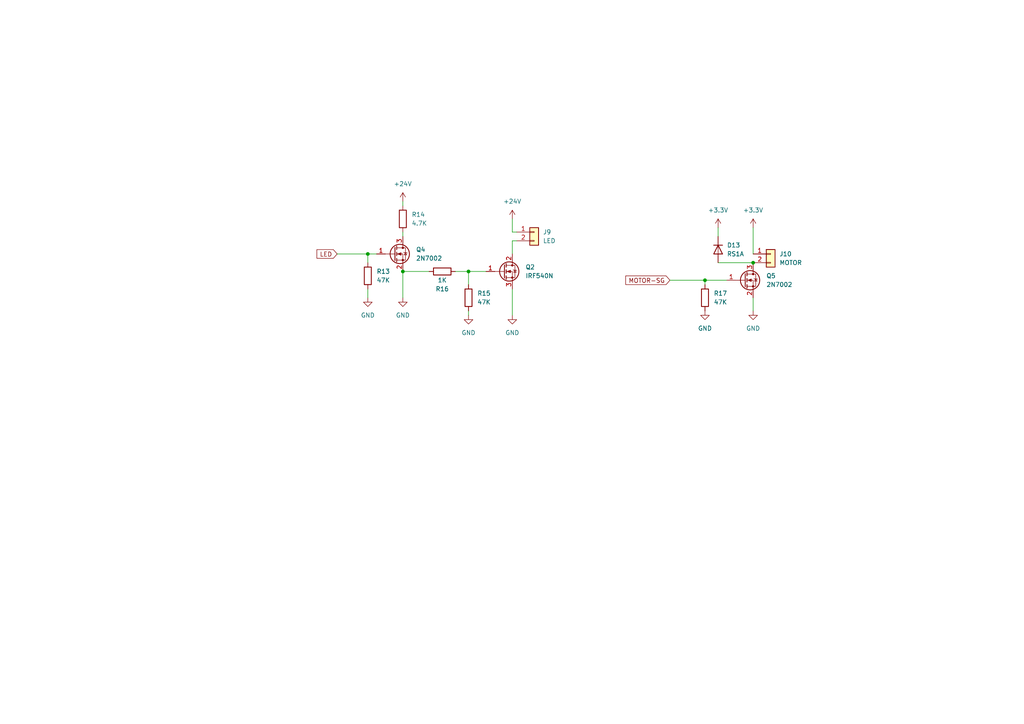
<source format=kicad_sch>
(kicad_sch (version 20230121) (generator eeschema)

  (uuid 4837c3bd-8e8c-40f7-b043-0a652e432655)

  (paper "A4")

  (lib_symbols
    (symbol "Connector_Generic:Conn_01x02" (pin_names (offset 1.016) hide) (in_bom yes) (on_board yes)
      (property "Reference" "J" (at 0 2.54 0)
        (effects (font (size 1.27 1.27)))
      )
      (property "Value" "Conn_01x02" (at 0 -5.08 0)
        (effects (font (size 1.27 1.27)))
      )
      (property "Footprint" "" (at 0 0 0)
        (effects (font (size 1.27 1.27)) hide)
      )
      (property "Datasheet" "~" (at 0 0 0)
        (effects (font (size 1.27 1.27)) hide)
      )
      (property "ki_keywords" "connector" (at 0 0 0)
        (effects (font (size 1.27 1.27)) hide)
      )
      (property "ki_description" "Generic connector, single row, 01x02, script generated (kicad-library-utils/schlib/autogen/connector/)" (at 0 0 0)
        (effects (font (size 1.27 1.27)) hide)
      )
      (property "ki_fp_filters" "Connector*:*_1x??_*" (at 0 0 0)
        (effects (font (size 1.27 1.27)) hide)
      )
      (symbol "Conn_01x02_1_1"
        (rectangle (start -1.27 -2.413) (end 0 -2.667)
          (stroke (width 0.1524) (type default))
          (fill (type none))
        )
        (rectangle (start -1.27 0.127) (end 0 -0.127)
          (stroke (width 0.1524) (type default))
          (fill (type none))
        )
        (rectangle (start -1.27 1.27) (end 1.27 -3.81)
          (stroke (width 0.254) (type default))
          (fill (type background))
        )
        (pin passive line (at -5.08 0 0) (length 3.81)
          (name "Pin_1" (effects (font (size 1.27 1.27))))
          (number "1" (effects (font (size 1.27 1.27))))
        )
        (pin passive line (at -5.08 -2.54 0) (length 3.81)
          (name "Pin_2" (effects (font (size 1.27 1.27))))
          (number "2" (effects (font (size 1.27 1.27))))
        )
      )
    )
    (symbol "Device:D" (pin_numbers hide) (pin_names (offset 1.016) hide) (in_bom yes) (on_board yes)
      (property "Reference" "D" (at 0 2.54 0)
        (effects (font (size 1.27 1.27)))
      )
      (property "Value" "D" (at 0 -2.54 0)
        (effects (font (size 1.27 1.27)))
      )
      (property "Footprint" "" (at 0 0 0)
        (effects (font (size 1.27 1.27)) hide)
      )
      (property "Datasheet" "~" (at 0 0 0)
        (effects (font (size 1.27 1.27)) hide)
      )
      (property "Sim.Device" "D" (at 0 0 0)
        (effects (font (size 1.27 1.27)) hide)
      )
      (property "Sim.Pins" "1=K 2=A" (at 0 0 0)
        (effects (font (size 1.27 1.27)) hide)
      )
      (property "ki_keywords" "diode" (at 0 0 0)
        (effects (font (size 1.27 1.27)) hide)
      )
      (property "ki_description" "Diode" (at 0 0 0)
        (effects (font (size 1.27 1.27)) hide)
      )
      (property "ki_fp_filters" "TO-???* *_Diode_* *SingleDiode* D_*" (at 0 0 0)
        (effects (font (size 1.27 1.27)) hide)
      )
      (symbol "D_0_1"
        (polyline
          (pts
            (xy -1.27 1.27)
            (xy -1.27 -1.27)
          )
          (stroke (width 0.254) (type default))
          (fill (type none))
        )
        (polyline
          (pts
            (xy 1.27 0)
            (xy -1.27 0)
          )
          (stroke (width 0) (type default))
          (fill (type none))
        )
        (polyline
          (pts
            (xy 1.27 1.27)
            (xy 1.27 -1.27)
            (xy -1.27 0)
            (xy 1.27 1.27)
          )
          (stroke (width 0.254) (type default))
          (fill (type none))
        )
      )
      (symbol "D_1_1"
        (pin passive line (at -3.81 0 0) (length 2.54)
          (name "K" (effects (font (size 1.27 1.27))))
          (number "1" (effects (font (size 1.27 1.27))))
        )
        (pin passive line (at 3.81 0 180) (length 2.54)
          (name "A" (effects (font (size 1.27 1.27))))
          (number "2" (effects (font (size 1.27 1.27))))
        )
      )
    )
    (symbol "Device:R" (pin_numbers hide) (pin_names (offset 0)) (in_bom yes) (on_board yes)
      (property "Reference" "R" (at 2.032 0 90)
        (effects (font (size 1.27 1.27)))
      )
      (property "Value" "R" (at 0 0 90)
        (effects (font (size 1.27 1.27)))
      )
      (property "Footprint" "" (at -1.778 0 90)
        (effects (font (size 1.27 1.27)) hide)
      )
      (property "Datasheet" "~" (at 0 0 0)
        (effects (font (size 1.27 1.27)) hide)
      )
      (property "ki_keywords" "R res resistor" (at 0 0 0)
        (effects (font (size 1.27 1.27)) hide)
      )
      (property "ki_description" "Resistor" (at 0 0 0)
        (effects (font (size 1.27 1.27)) hide)
      )
      (property "ki_fp_filters" "R_*" (at 0 0 0)
        (effects (font (size 1.27 1.27)) hide)
      )
      (symbol "R_0_1"
        (rectangle (start -1.016 -2.54) (end 1.016 2.54)
          (stroke (width 0.254) (type default))
          (fill (type none))
        )
      )
      (symbol "R_1_1"
        (pin passive line (at 0 3.81 270) (length 1.27)
          (name "~" (effects (font (size 1.27 1.27))))
          (number "1" (effects (font (size 1.27 1.27))))
        )
        (pin passive line (at 0 -3.81 90) (length 1.27)
          (name "~" (effects (font (size 1.27 1.27))))
          (number "2" (effects (font (size 1.27 1.27))))
        )
      )
    )
    (symbol "Transistor_FET:2N7002" (pin_names hide) (in_bom yes) (on_board yes)
      (property "Reference" "Q" (at 5.08 1.905 0)
        (effects (font (size 1.27 1.27)) (justify left))
      )
      (property "Value" "2N7002" (at 5.08 0 0)
        (effects (font (size 1.27 1.27)) (justify left))
      )
      (property "Footprint" "Package_TO_SOT_SMD:SOT-23" (at 5.08 -1.905 0)
        (effects (font (size 1.27 1.27) italic) (justify left) hide)
      )
      (property "Datasheet" "https://www.onsemi.com/pub/Collateral/NDS7002A-D.PDF" (at 5.08 -3.81 0)
        (effects (font (size 1.27 1.27)) (justify left) hide)
      )
      (property "ki_keywords" "N-Channel Switching MOSFET" (at 0 0 0)
        (effects (font (size 1.27 1.27)) hide)
      )
      (property "ki_description" "0.115A Id, 60V Vds, N-Channel MOSFET, SOT-23" (at 0 0 0)
        (effects (font (size 1.27 1.27)) hide)
      )
      (property "ki_fp_filters" "SOT?23*" (at 0 0 0)
        (effects (font (size 1.27 1.27)) hide)
      )
      (symbol "2N7002_0_1"
        (polyline
          (pts
            (xy 0.254 0)
            (xy -2.54 0)
          )
          (stroke (width 0) (type default))
          (fill (type none))
        )
        (polyline
          (pts
            (xy 0.254 1.905)
            (xy 0.254 -1.905)
          )
          (stroke (width 0.254) (type default))
          (fill (type none))
        )
        (polyline
          (pts
            (xy 0.762 -1.27)
            (xy 0.762 -2.286)
          )
          (stroke (width 0.254) (type default))
          (fill (type none))
        )
        (polyline
          (pts
            (xy 0.762 0.508)
            (xy 0.762 -0.508)
          )
          (stroke (width 0.254) (type default))
          (fill (type none))
        )
        (polyline
          (pts
            (xy 0.762 2.286)
            (xy 0.762 1.27)
          )
          (stroke (width 0.254) (type default))
          (fill (type none))
        )
        (polyline
          (pts
            (xy 2.54 2.54)
            (xy 2.54 1.778)
          )
          (stroke (width 0) (type default))
          (fill (type none))
        )
        (polyline
          (pts
            (xy 2.54 -2.54)
            (xy 2.54 0)
            (xy 0.762 0)
          )
          (stroke (width 0) (type default))
          (fill (type none))
        )
        (polyline
          (pts
            (xy 0.762 -1.778)
            (xy 3.302 -1.778)
            (xy 3.302 1.778)
            (xy 0.762 1.778)
          )
          (stroke (width 0) (type default))
          (fill (type none))
        )
        (polyline
          (pts
            (xy 1.016 0)
            (xy 2.032 0.381)
            (xy 2.032 -0.381)
            (xy 1.016 0)
          )
          (stroke (width 0) (type default))
          (fill (type outline))
        )
        (polyline
          (pts
            (xy 2.794 0.508)
            (xy 2.921 0.381)
            (xy 3.683 0.381)
            (xy 3.81 0.254)
          )
          (stroke (width 0) (type default))
          (fill (type none))
        )
        (polyline
          (pts
            (xy 3.302 0.381)
            (xy 2.921 -0.254)
            (xy 3.683 -0.254)
            (xy 3.302 0.381)
          )
          (stroke (width 0) (type default))
          (fill (type none))
        )
        (circle (center 1.651 0) (radius 2.794)
          (stroke (width 0.254) (type default))
          (fill (type none))
        )
        (circle (center 2.54 -1.778) (radius 0.254)
          (stroke (width 0) (type default))
          (fill (type outline))
        )
        (circle (center 2.54 1.778) (radius 0.254)
          (stroke (width 0) (type default))
          (fill (type outline))
        )
      )
      (symbol "2N7002_1_1"
        (pin input line (at -5.08 0 0) (length 2.54)
          (name "G" (effects (font (size 1.27 1.27))))
          (number "1" (effects (font (size 1.27 1.27))))
        )
        (pin passive line (at 2.54 -5.08 90) (length 2.54)
          (name "S" (effects (font (size 1.27 1.27))))
          (number "2" (effects (font (size 1.27 1.27))))
        )
        (pin passive line (at 2.54 5.08 270) (length 2.54)
          (name "D" (effects (font (size 1.27 1.27))))
          (number "3" (effects (font (size 1.27 1.27))))
        )
      )
    )
    (symbol "Transistor_FET:IRF540N" (pin_names hide) (in_bom yes) (on_board yes)
      (property "Reference" "Q" (at 5.08 1.905 0)
        (effects (font (size 1.27 1.27)) (justify left))
      )
      (property "Value" "IRF540N" (at 5.08 0 0)
        (effects (font (size 1.27 1.27)) (justify left))
      )
      (property "Footprint" "Package_TO_SOT_THT:TO-220-3_Vertical" (at 5.08 -1.905 0)
        (effects (font (size 1.27 1.27) italic) (justify left) hide)
      )
      (property "Datasheet" "http://www.irf.com/product-info/datasheets/data/irf540n.pdf" (at 5.08 -3.81 0)
        (effects (font (size 1.27 1.27)) (justify left) hide)
      )
      (property "ki_keywords" "HEXFET N-Channel MOSFET" (at 0 0 0)
        (effects (font (size 1.27 1.27)) hide)
      )
      (property "ki_description" "33A Id, 100V Vds, HEXFET N-Channel MOSFET, TO-220" (at 0 0 0)
        (effects (font (size 1.27 1.27)) hide)
      )
      (property "ki_fp_filters" "TO?220*" (at 0 0 0)
        (effects (font (size 1.27 1.27)) hide)
      )
      (symbol "IRF540N_0_1"
        (polyline
          (pts
            (xy 0.254 0)
            (xy -2.54 0)
          )
          (stroke (width 0) (type default))
          (fill (type none))
        )
        (polyline
          (pts
            (xy 0.254 1.905)
            (xy 0.254 -1.905)
          )
          (stroke (width 0.254) (type default))
          (fill (type none))
        )
        (polyline
          (pts
            (xy 0.762 -1.27)
            (xy 0.762 -2.286)
          )
          (stroke (width 0.254) (type default))
          (fill (type none))
        )
        (polyline
          (pts
            (xy 0.762 0.508)
            (xy 0.762 -0.508)
          )
          (stroke (width 0.254) (type default))
          (fill (type none))
        )
        (polyline
          (pts
            (xy 0.762 2.286)
            (xy 0.762 1.27)
          )
          (stroke (width 0.254) (type default))
          (fill (type none))
        )
        (polyline
          (pts
            (xy 2.54 2.54)
            (xy 2.54 1.778)
          )
          (stroke (width 0) (type default))
          (fill (type none))
        )
        (polyline
          (pts
            (xy 2.54 -2.54)
            (xy 2.54 0)
            (xy 0.762 0)
          )
          (stroke (width 0) (type default))
          (fill (type none))
        )
        (polyline
          (pts
            (xy 0.762 -1.778)
            (xy 3.302 -1.778)
            (xy 3.302 1.778)
            (xy 0.762 1.778)
          )
          (stroke (width 0) (type default))
          (fill (type none))
        )
        (polyline
          (pts
            (xy 1.016 0)
            (xy 2.032 0.381)
            (xy 2.032 -0.381)
            (xy 1.016 0)
          )
          (stroke (width 0) (type default))
          (fill (type outline))
        )
        (polyline
          (pts
            (xy 2.794 0.508)
            (xy 2.921 0.381)
            (xy 3.683 0.381)
            (xy 3.81 0.254)
          )
          (stroke (width 0) (type default))
          (fill (type none))
        )
        (polyline
          (pts
            (xy 3.302 0.381)
            (xy 2.921 -0.254)
            (xy 3.683 -0.254)
            (xy 3.302 0.381)
          )
          (stroke (width 0) (type default))
          (fill (type none))
        )
        (circle (center 1.651 0) (radius 2.794)
          (stroke (width 0.254) (type default))
          (fill (type none))
        )
        (circle (center 2.54 -1.778) (radius 0.254)
          (stroke (width 0) (type default))
          (fill (type outline))
        )
        (circle (center 2.54 1.778) (radius 0.254)
          (stroke (width 0) (type default))
          (fill (type outline))
        )
      )
      (symbol "IRF540N_1_1"
        (pin input line (at -5.08 0 0) (length 2.54)
          (name "G" (effects (font (size 1.27 1.27))))
          (number "1" (effects (font (size 1.27 1.27))))
        )
        (pin passive line (at 2.54 5.08 270) (length 2.54)
          (name "D" (effects (font (size 1.27 1.27))))
          (number "2" (effects (font (size 1.27 1.27))))
        )
        (pin passive line (at 2.54 -5.08 90) (length 2.54)
          (name "S" (effects (font (size 1.27 1.27))))
          (number "3" (effects (font (size 1.27 1.27))))
        )
      )
    )
    (symbol "power:+24V" (power) (pin_names (offset 0)) (in_bom yes) (on_board yes)
      (property "Reference" "#PWR" (at 0 -3.81 0)
        (effects (font (size 1.27 1.27)) hide)
      )
      (property "Value" "+24V" (at 0 3.556 0)
        (effects (font (size 1.27 1.27)))
      )
      (property "Footprint" "" (at 0 0 0)
        (effects (font (size 1.27 1.27)) hide)
      )
      (property "Datasheet" "" (at 0 0 0)
        (effects (font (size 1.27 1.27)) hide)
      )
      (property "ki_keywords" "global power" (at 0 0 0)
        (effects (font (size 1.27 1.27)) hide)
      )
      (property "ki_description" "Power symbol creates a global label with name \"+24V\"" (at 0 0 0)
        (effects (font (size 1.27 1.27)) hide)
      )
      (symbol "+24V_0_1"
        (polyline
          (pts
            (xy -0.762 1.27)
            (xy 0 2.54)
          )
          (stroke (width 0) (type default))
          (fill (type none))
        )
        (polyline
          (pts
            (xy 0 0)
            (xy 0 2.54)
          )
          (stroke (width 0) (type default))
          (fill (type none))
        )
        (polyline
          (pts
            (xy 0 2.54)
            (xy 0.762 1.27)
          )
          (stroke (width 0) (type default))
          (fill (type none))
        )
      )
      (symbol "+24V_1_1"
        (pin power_in line (at 0 0 90) (length 0) hide
          (name "+24V" (effects (font (size 1.27 1.27))))
          (number "1" (effects (font (size 1.27 1.27))))
        )
      )
    )
    (symbol "power:+3.3V" (power) (pin_names (offset 0)) (in_bom yes) (on_board yes)
      (property "Reference" "#PWR" (at 0 -3.81 0)
        (effects (font (size 1.27 1.27)) hide)
      )
      (property "Value" "+3.3V" (at 0 3.556 0)
        (effects (font (size 1.27 1.27)))
      )
      (property "Footprint" "" (at 0 0 0)
        (effects (font (size 1.27 1.27)) hide)
      )
      (property "Datasheet" "" (at 0 0 0)
        (effects (font (size 1.27 1.27)) hide)
      )
      (property "ki_keywords" "global power" (at 0 0 0)
        (effects (font (size 1.27 1.27)) hide)
      )
      (property "ki_description" "Power symbol creates a global label with name \"+3.3V\"" (at 0 0 0)
        (effects (font (size 1.27 1.27)) hide)
      )
      (symbol "+3.3V_0_1"
        (polyline
          (pts
            (xy -0.762 1.27)
            (xy 0 2.54)
          )
          (stroke (width 0) (type default))
          (fill (type none))
        )
        (polyline
          (pts
            (xy 0 0)
            (xy 0 2.54)
          )
          (stroke (width 0) (type default))
          (fill (type none))
        )
        (polyline
          (pts
            (xy 0 2.54)
            (xy 0.762 1.27)
          )
          (stroke (width 0) (type default))
          (fill (type none))
        )
      )
      (symbol "+3.3V_1_1"
        (pin power_in line (at 0 0 90) (length 0) hide
          (name "+3.3V" (effects (font (size 1.27 1.27))))
          (number "1" (effects (font (size 1.27 1.27))))
        )
      )
    )
    (symbol "power:GND" (power) (pin_names (offset 0)) (in_bom yes) (on_board yes)
      (property "Reference" "#PWR" (at 0 -6.35 0)
        (effects (font (size 1.27 1.27)) hide)
      )
      (property "Value" "GND" (at 0 -3.81 0)
        (effects (font (size 1.27 1.27)))
      )
      (property "Footprint" "" (at 0 0 0)
        (effects (font (size 1.27 1.27)) hide)
      )
      (property "Datasheet" "" (at 0 0 0)
        (effects (font (size 1.27 1.27)) hide)
      )
      (property "ki_keywords" "global power" (at 0 0 0)
        (effects (font (size 1.27 1.27)) hide)
      )
      (property "ki_description" "Power symbol creates a global label with name \"GND\" , ground" (at 0 0 0)
        (effects (font (size 1.27 1.27)) hide)
      )
      (symbol "GND_0_1"
        (polyline
          (pts
            (xy 0 0)
            (xy 0 -1.27)
            (xy 1.27 -1.27)
            (xy 0 -2.54)
            (xy -1.27 -1.27)
            (xy 0 -1.27)
          )
          (stroke (width 0) (type default))
          (fill (type none))
        )
      )
      (symbol "GND_1_1"
        (pin power_in line (at 0 0 270) (length 0) hide
          (name "GND" (effects (font (size 1.27 1.27))))
          (number "1" (effects (font (size 1.27 1.27))))
        )
      )
    )
  )

  (junction (at 218.44 76.2) (diameter 0) (color 0 0 0 0)
    (uuid 0c5fe475-df68-4e62-b6eb-4f50f4225529)
  )
  (junction (at 106.68 73.66) (diameter 0) (color 0 0 0 0)
    (uuid 1fa223e1-c712-45cf-967c-9b41c13703d5)
  )
  (junction (at 135.89 78.74) (diameter 0) (color 0 0 0 0)
    (uuid 475424d8-6d7b-4884-a340-7a8c103c9f64)
  )
  (junction (at 204.47 81.28) (diameter 0) (color 0 0 0 0)
    (uuid 90cc9769-b0df-42d8-833e-901a13bb132c)
  )
  (junction (at 116.84 78.74) (diameter 0) (color 0 0 0 0)
    (uuid bddbe901-beb1-4d53-b5a5-4877a750e9d1)
  )

  (wire (pts (xy 218.44 90.17) (xy 218.44 86.36))
    (stroke (width 0) (type default))
    (uuid 00935888-d1e9-41d4-a204-9e9de94c828d)
  )
  (wire (pts (xy 149.86 69.85) (xy 148.59 69.85))
    (stroke (width 0) (type default))
    (uuid 00de2e56-8407-4a26-9eac-1757dfd8c878)
  )
  (wire (pts (xy 135.89 90.17) (xy 135.89 91.44))
    (stroke (width 0) (type default))
    (uuid 0581c697-6efd-481c-a4e6-af4f5eb450b5)
  )
  (wire (pts (xy 210.82 81.28) (xy 204.47 81.28))
    (stroke (width 0) (type default))
    (uuid 2d1bc69e-8e34-42a2-9337-33545a8b40ad)
  )
  (wire (pts (xy 135.89 78.74) (xy 140.97 78.74))
    (stroke (width 0) (type default))
    (uuid 2f20feca-2bab-4f4e-9ff5-ce1419bd141a)
  )
  (wire (pts (xy 208.28 66.04) (xy 208.28 68.58))
    (stroke (width 0) (type default))
    (uuid 4157ae3f-c74e-405d-9072-8034d247deb7)
  )
  (wire (pts (xy 194.31 81.28) (xy 204.47 81.28))
    (stroke (width 0) (type default))
    (uuid 45c93528-8d03-475c-b2b3-e7fa3142cef8)
  )
  (wire (pts (xy 116.84 86.36) (xy 116.84 78.74))
    (stroke (width 0) (type default))
    (uuid 519e0ac9-3c5b-4553-ac68-694bd0302636)
  )
  (wire (pts (xy 116.84 58.42) (xy 116.84 59.69))
    (stroke (width 0) (type default))
    (uuid 5835b4e9-fb67-41f7-b83a-75f74dd7798f)
  )
  (wire (pts (xy 116.84 78.74) (xy 124.46 78.74))
    (stroke (width 0) (type default))
    (uuid 70fdcf63-1c10-4bee-87fb-3c77d4104279)
  )
  (wire (pts (xy 148.59 83.82) (xy 148.59 91.44))
    (stroke (width 0) (type default))
    (uuid 7637bd34-c9eb-4a36-9299-e8a12aac4713)
  )
  (wire (pts (xy 208.28 76.2) (xy 218.44 76.2))
    (stroke (width 0) (type default))
    (uuid 80e1bd8f-7f9d-4d2b-80a6-71d509f77f35)
  )
  (wire (pts (xy 106.68 83.82) (xy 106.68 86.36))
    (stroke (width 0) (type default))
    (uuid 82f3ea2f-97e8-4c64-969b-209ee897e68e)
  )
  (wire (pts (xy 116.84 67.31) (xy 116.84 68.58))
    (stroke (width 0) (type default))
    (uuid 83803227-48bf-4d2b-85df-8c29ccd74ff1)
  )
  (wire (pts (xy 218.44 66.04) (xy 218.44 73.66))
    (stroke (width 0) (type default))
    (uuid 91403ee7-005d-48fa-a4fd-6ed06b1940eb)
  )
  (wire (pts (xy 148.59 67.31) (xy 149.86 67.31))
    (stroke (width 0) (type default))
    (uuid 922a7325-50f9-4c50-bf25-29c447f80555)
  )
  (wire (pts (xy 148.59 69.85) (xy 148.59 73.66))
    (stroke (width 0) (type default))
    (uuid a346297e-a3cb-4d23-bbd5-8bc47ee9f6dd)
  )
  (wire (pts (xy 204.47 81.28) (xy 204.47 82.55))
    (stroke (width 0) (type default))
    (uuid a9cb5eef-ef3e-4d4d-98d4-9902487a0570)
  )
  (wire (pts (xy 106.68 73.66) (xy 106.68 76.2))
    (stroke (width 0) (type default))
    (uuid b1f94757-5b8a-490b-afcf-81b68af146d6)
  )
  (wire (pts (xy 135.89 78.74) (xy 135.89 82.55))
    (stroke (width 0) (type default))
    (uuid b4c0fcb1-db08-4579-b209-0f01de9dc80d)
  )
  (wire (pts (xy 97.79 73.66) (xy 106.68 73.66))
    (stroke (width 0) (type default))
    (uuid b9e1b9b7-e9a5-4d5e-9fd0-40f1551c85cd)
  )
  (wire (pts (xy 132.08 78.74) (xy 135.89 78.74))
    (stroke (width 0) (type default))
    (uuid f223450f-8c5c-4443-9ba6-9e35eafadcf3)
  )
  (wire (pts (xy 106.68 73.66) (xy 109.22 73.66))
    (stroke (width 0) (type default))
    (uuid fb37a5d1-c28c-48b1-be7c-318391257636)
  )
  (wire (pts (xy 148.59 63.5) (xy 148.59 67.31))
    (stroke (width 0) (type default))
    (uuid fce93ffa-5782-49d0-8926-3da39aaf63ee)
  )

  (global_label "MOTOR-SG" (shape input) (at 194.31 81.28 180) (fields_autoplaced)
    (effects (font (size 1.27 1.27)) (justify right))
    (uuid 26a27679-1232-4b8f-9b62-b556a13e35ac)
    (property "Intersheetrefs" "${INTERSHEET_REFS}" (at 181.0023 81.28 0)
      (effects (font (size 1.27 1.27)) (justify right) hide)
    )
  )
  (global_label "LED" (shape input) (at 97.79 73.66 180) (fields_autoplaced)
    (effects (font (size 1.27 1.27)) (justify right))
    (uuid b6205f48-e12f-4e41-9ae8-c36e6e7bf2c2)
    (property "Intersheetrefs" "${INTERSHEET_REFS}" (at 91.4371 73.66 0)
      (effects (font (size 1.27 1.27)) (justify right) hide)
    )
  )

  (symbol (lib_id "power:+3.3V") (at 208.28 66.04 0) (unit 1)
    (in_bom yes) (on_board yes) (dnp no) (fields_autoplaced)
    (uuid 1242fecd-6af4-45c2-b950-8961a72becf4)
    (property "Reference" "#PWR068" (at 208.28 69.85 0)
      (effects (font (size 1.27 1.27)) hide)
    )
    (property "Value" "+3.3V" (at 208.28 60.96 0)
      (effects (font (size 1.27 1.27)))
    )
    (property "Footprint" "" (at 208.28 66.04 0)
      (effects (font (size 1.27 1.27)) hide)
    )
    (property "Datasheet" "" (at 208.28 66.04 0)
      (effects (font (size 1.27 1.27)) hide)
    )
    (pin "1" (uuid 4c746f1d-193d-411a-ac12-d660122285ab))
    (instances
      (project "piezzo"
        (path "/2a569c31-bb52-4c3d-ae7f-45f2860154f7"
          (reference "#PWR068") (unit 1)
        )
        (path "/2a569c31-bb52-4c3d-ae7f-45f2860154f7/28c75765-d587-4b89-9d4e-cc9a05e3bc17"
          (reference "#PWR066") (unit 1)
        )
      )
    )
  )

  (symbol (lib_id "power:GND") (at 116.84 86.36 0) (unit 1)
    (in_bom yes) (on_board yes) (dnp no) (fields_autoplaced)
    (uuid 26650613-701c-4582-9235-db6d30e1c904)
    (property "Reference" "#PWR060" (at 116.84 92.71 0)
      (effects (font (size 1.27 1.27)) hide)
    )
    (property "Value" "GND" (at 116.84 91.44 0)
      (effects (font (size 1.27 1.27)))
    )
    (property "Footprint" "" (at 116.84 86.36 0)
      (effects (font (size 1.27 1.27)) hide)
    )
    (property "Datasheet" "" (at 116.84 86.36 0)
      (effects (font (size 1.27 1.27)) hide)
    )
    (pin "1" (uuid a57c7471-ab93-4e9e-a1d3-de161296bc96))
    (instances
      (project "piezzo"
        (path "/2a569c31-bb52-4c3d-ae7f-45f2860154f7"
          (reference "#PWR060") (unit 1)
        )
        (path "/2a569c31-bb52-4c3d-ae7f-45f2860154f7/28c75765-d587-4b89-9d4e-cc9a05e3bc17"
          (reference "#PWR061") (unit 1)
        )
      )
    )
  )

  (symbol (lib_id "Device:D") (at 208.28 72.39 270) (unit 1)
    (in_bom yes) (on_board yes) (dnp no) (fields_autoplaced)
    (uuid 36f0b03e-6a67-4873-acff-b2e0d5398491)
    (property "Reference" "D13" (at 210.82 71.12 90)
      (effects (font (size 1.27 1.27)) (justify left))
    )
    (property "Value" "RS1A" (at 210.82 73.66 90)
      (effects (font (size 1.27 1.27)) (justify left))
    )
    (property "Footprint" "Diode_SMD:D_MELF" (at 208.28 72.39 0)
      (effects (font (size 1.27 1.27)) hide)
    )
    (property "Datasheet" "~" (at 208.28 72.39 0)
      (effects (font (size 1.27 1.27)) hide)
    )
    (property "Sim.Device" "D" (at 208.28 72.39 0)
      (effects (font (size 1.27 1.27)) hide)
    )
    (property "Sim.Pins" "1=K 2=A" (at 208.28 72.39 0)
      (effects (font (size 1.27 1.27)) hide)
    )
    (pin "1" (uuid 3c72c3f2-cf50-4a13-89b2-11c27ba1139e))
    (pin "2" (uuid 6840bca9-1437-4e79-9b61-6a9daf8b6f8f))
    (instances
      (project "piezzo"
        (path "/2a569c31-bb52-4c3d-ae7f-45f2860154f7"
          (reference "D13") (unit 1)
        )
        (path "/2a569c31-bb52-4c3d-ae7f-45f2860154f7/28c75765-d587-4b89-9d4e-cc9a05e3bc17"
          (reference "D13") (unit 1)
        )
      )
    )
  )

  (symbol (lib_id "Transistor_FET:2N7002") (at 215.9 81.28 0) (unit 1)
    (in_bom yes) (on_board yes) (dnp no) (fields_autoplaced)
    (uuid 36fa965e-3c79-4fe4-b222-c1387428ab60)
    (property "Reference" "Q5" (at 222.25 80.01 0)
      (effects (font (size 1.27 1.27)) (justify left))
    )
    (property "Value" "2N7002" (at 222.25 82.55 0)
      (effects (font (size 1.27 1.27)) (justify left))
    )
    (property "Footprint" "Package_TO_SOT_SMD:SOT-23" (at 220.98 83.185 0)
      (effects (font (size 1.27 1.27) italic) (justify left) hide)
    )
    (property "Datasheet" "https://www.onsemi.com/pub/Collateral/NDS7002A-D.PDF" (at 220.98 85.09 0)
      (effects (font (size 1.27 1.27)) (justify left) hide)
    )
    (pin "1" (uuid 5efe0537-f7ba-4e2c-9bb9-a90a1cd78667))
    (pin "2" (uuid 119536b8-3c68-402a-b6ea-c49dce2bcdcc))
    (pin "3" (uuid 52f0d2c3-abf5-42d7-a31a-eb8415e6ba1b))
    (instances
      (project "piezzo"
        (path "/2a569c31-bb52-4c3d-ae7f-45f2860154f7"
          (reference "Q5") (unit 1)
        )
        (path "/2a569c31-bb52-4c3d-ae7f-45f2860154f7/28c75765-d587-4b89-9d4e-cc9a05e3bc17"
          (reference "Q5") (unit 1)
        )
      )
    )
  )

  (symbol (lib_id "Device:R") (at 116.84 63.5 0) (unit 1)
    (in_bom yes) (on_board yes) (dnp no) (fields_autoplaced)
    (uuid 420bb134-cad1-4ca2-85d3-09968796cc44)
    (property "Reference" "R14" (at 119.38 62.23 0)
      (effects (font (size 1.27 1.27)) (justify left))
    )
    (property "Value" "4.7K" (at 119.38 64.77 0)
      (effects (font (size 1.27 1.27)) (justify left))
    )
    (property "Footprint" "Resistor_SMD:R_0603_1608Metric" (at 115.062 63.5 90)
      (effects (font (size 1.27 1.27)) hide)
    )
    (property "Datasheet" "~" (at 116.84 63.5 0)
      (effects (font (size 1.27 1.27)) hide)
    )
    (pin "1" (uuid dfa1395c-9c1f-4a37-8426-49356dc89330))
    (pin "2" (uuid b14422b1-fc2e-4932-86ca-d70fe76b8a93))
    (instances
      (project "piezzo"
        (path "/2a569c31-bb52-4c3d-ae7f-45f2860154f7"
          (reference "R14") (unit 1)
        )
        (path "/2a569c31-bb52-4c3d-ae7f-45f2860154f7/28c75765-d587-4b89-9d4e-cc9a05e3bc17"
          (reference "R14") (unit 1)
        )
      )
    )
  )

  (symbol (lib_id "power:GND") (at 106.68 86.36 0) (unit 1)
    (in_bom yes) (on_board yes) (dnp no) (fields_autoplaced)
    (uuid 4afa1e5b-a2f8-4a0f-a725-f7bd9449f349)
    (property "Reference" "#PWR059" (at 106.68 92.71 0)
      (effects (font (size 1.27 1.27)) hide)
    )
    (property "Value" "GND" (at 106.68 91.44 0)
      (effects (font (size 1.27 1.27)))
    )
    (property "Footprint" "" (at 106.68 86.36 0)
      (effects (font (size 1.27 1.27)) hide)
    )
    (property "Datasheet" "" (at 106.68 86.36 0)
      (effects (font (size 1.27 1.27)) hide)
    )
    (pin "1" (uuid 8cd61315-4221-4688-81c3-f459baee91ad))
    (instances
      (project "piezzo"
        (path "/2a569c31-bb52-4c3d-ae7f-45f2860154f7"
          (reference "#PWR059") (unit 1)
        )
        (path "/2a569c31-bb52-4c3d-ae7f-45f2860154f7/28c75765-d587-4b89-9d4e-cc9a05e3bc17"
          (reference "#PWR059") (unit 1)
        )
      )
    )
  )

  (symbol (lib_id "power:GND") (at 148.59 91.44 0) (unit 1)
    (in_bom yes) (on_board yes) (dnp no) (fields_autoplaced)
    (uuid 4afeaf7a-eab2-495b-aa57-cbb881fa7f88)
    (property "Reference" "#PWR064" (at 148.59 97.79 0)
      (effects (font (size 1.27 1.27)) hide)
    )
    (property "Value" "GND" (at 148.59 96.52 0)
      (effects (font (size 1.27 1.27)))
    )
    (property "Footprint" "" (at 148.59 91.44 0)
      (effects (font (size 1.27 1.27)) hide)
    )
    (property "Datasheet" "" (at 148.59 91.44 0)
      (effects (font (size 1.27 1.27)) hide)
    )
    (pin "1" (uuid 9c9714fa-382a-4593-8e5c-3abf9a8e6cbf))
    (instances
      (project "piezzo"
        (path "/2a569c31-bb52-4c3d-ae7f-45f2860154f7"
          (reference "#PWR064") (unit 1)
        )
        (path "/2a569c31-bb52-4c3d-ae7f-45f2860154f7/28c75765-d587-4b89-9d4e-cc9a05e3bc17"
          (reference "#PWR064") (unit 1)
        )
      )
    )
  )

  (symbol (lib_id "power:+24V") (at 148.59 63.5 0) (unit 1)
    (in_bom yes) (on_board yes) (dnp no) (fields_autoplaced)
    (uuid 5110933b-d8e7-492a-a323-879d46f7d4d2)
    (property "Reference" "#PWR063" (at 148.59 67.31 0)
      (effects (font (size 1.27 1.27)) hide)
    )
    (property "Value" "+24V" (at 148.59 58.42 0)
      (effects (font (size 1.27 1.27)))
    )
    (property "Footprint" "" (at 148.59 63.5 0)
      (effects (font (size 1.27 1.27)) hide)
    )
    (property "Datasheet" "" (at 148.59 63.5 0)
      (effects (font (size 1.27 1.27)) hide)
    )
    (pin "1" (uuid 842964b9-a11e-4c33-a101-801fc4c98f74))
    (instances
      (project "piezzo"
        (path "/2a569c31-bb52-4c3d-ae7f-45f2860154f7"
          (reference "#PWR063") (unit 1)
        )
        (path "/2a569c31-bb52-4c3d-ae7f-45f2860154f7/28c75765-d587-4b89-9d4e-cc9a05e3bc17"
          (reference "#PWR063") (unit 1)
        )
      )
    )
  )

  (symbol (lib_id "power:GND") (at 204.47 90.17 0) (unit 1)
    (in_bom yes) (on_board yes) (dnp no) (fields_autoplaced)
    (uuid 543079b3-06e0-4145-bfed-52434ae52a87)
    (property "Reference" "#PWR067" (at 204.47 96.52 0)
      (effects (font (size 1.27 1.27)) hide)
    )
    (property "Value" "GND" (at 204.47 95.25 0)
      (effects (font (size 1.27 1.27)))
    )
    (property "Footprint" "" (at 204.47 90.17 0)
      (effects (font (size 1.27 1.27)) hide)
    )
    (property "Datasheet" "" (at 204.47 90.17 0)
      (effects (font (size 1.27 1.27)) hide)
    )
    (pin "1" (uuid 85dd11d7-fc3d-4fb2-ae25-c93969e277fb))
    (instances
      (project "piezzo"
        (path "/2a569c31-bb52-4c3d-ae7f-45f2860154f7"
          (reference "#PWR067") (unit 1)
        )
        (path "/2a569c31-bb52-4c3d-ae7f-45f2860154f7/28c75765-d587-4b89-9d4e-cc9a05e3bc17"
          (reference "#PWR065") (unit 1)
        )
      )
    )
  )

  (symbol (lib_id "power:GND") (at 218.44 90.17 0) (unit 1)
    (in_bom yes) (on_board yes) (dnp no) (fields_autoplaced)
    (uuid 574b7de8-debd-467a-9693-9edb86340815)
    (property "Reference" "#PWR066" (at 218.44 96.52 0)
      (effects (font (size 1.27 1.27)) hide)
    )
    (property "Value" "GND" (at 218.44 95.25 0)
      (effects (font (size 1.27 1.27)))
    )
    (property "Footprint" "" (at 218.44 90.17 0)
      (effects (font (size 1.27 1.27)) hide)
    )
    (property "Datasheet" "" (at 218.44 90.17 0)
      (effects (font (size 1.27 1.27)) hide)
    )
    (pin "1" (uuid ed8c8c0e-dd88-4adf-9de0-fb56e0115d23))
    (instances
      (project "piezzo"
        (path "/2a569c31-bb52-4c3d-ae7f-45f2860154f7"
          (reference "#PWR066") (unit 1)
        )
        (path "/2a569c31-bb52-4c3d-ae7f-45f2860154f7/28c75765-d587-4b89-9d4e-cc9a05e3bc17"
          (reference "#PWR068") (unit 1)
        )
      )
    )
  )

  (symbol (lib_id "Transistor_FET:2N7002") (at 114.3 73.66 0) (unit 1)
    (in_bom yes) (on_board yes) (dnp no) (fields_autoplaced)
    (uuid 68c29507-2160-4703-9b7f-a42b548707d6)
    (property "Reference" "Q4" (at 120.65 72.39 0)
      (effects (font (size 1.27 1.27)) (justify left))
    )
    (property "Value" "2N7002" (at 120.65 74.93 0)
      (effects (font (size 1.27 1.27)) (justify left))
    )
    (property "Footprint" "Package_TO_SOT_SMD:SOT-23" (at 119.38 75.565 0)
      (effects (font (size 1.27 1.27) italic) (justify left) hide)
    )
    (property "Datasheet" "https://www.onsemi.com/pub/Collateral/NDS7002A-D.PDF" (at 119.38 77.47 0)
      (effects (font (size 1.27 1.27)) (justify left) hide)
    )
    (pin "1" (uuid 3d50b33f-1315-4bbf-8f30-3ec48d691a41))
    (pin "2" (uuid f0bd2c19-82ce-41d8-b669-941452e9557e))
    (pin "3" (uuid e68ee26e-4e55-4cad-a077-2e18e2186910))
    (instances
      (project "piezzo"
        (path "/2a569c31-bb52-4c3d-ae7f-45f2860154f7"
          (reference "Q4") (unit 1)
        )
        (path "/2a569c31-bb52-4c3d-ae7f-45f2860154f7/28c75765-d587-4b89-9d4e-cc9a05e3bc17"
          (reference "Q2") (unit 1)
        )
      )
    )
  )

  (symbol (lib_id "Device:R") (at 128.27 78.74 90) (unit 1)
    (in_bom yes) (on_board yes) (dnp no)
    (uuid 6d97a069-e08f-4141-825c-11b90e82aca6)
    (property "Reference" "R16" (at 128.27 83.82 90)
      (effects (font (size 1.27 1.27)))
    )
    (property "Value" "1K" (at 128.27 81.28 90)
      (effects (font (size 1.27 1.27)))
    )
    (property "Footprint" "Resistor_SMD:R_0603_1608Metric" (at 128.27 80.518 90)
      (effects (font (size 1.27 1.27)) hide)
    )
    (property "Datasheet" "~" (at 128.27 78.74 0)
      (effects (font (size 1.27 1.27)) hide)
    )
    (pin "1" (uuid 15316c7a-9c2a-4535-a484-7932b0699f47))
    (pin "2" (uuid 1cc34aef-e76a-4e8e-9c1b-fc15339b96d4))
    (instances
      (project "piezzo"
        (path "/2a569c31-bb52-4c3d-ae7f-45f2860154f7"
          (reference "R16") (unit 1)
        )
        (path "/2a569c31-bb52-4c3d-ae7f-45f2860154f7/28c75765-d587-4b89-9d4e-cc9a05e3bc17"
          (reference "R15") (unit 1)
        )
      )
    )
  )

  (symbol (lib_id "Connector_Generic:Conn_01x02") (at 154.94 67.31 0) (unit 1)
    (in_bom yes) (on_board yes) (dnp no) (fields_autoplaced)
    (uuid 721dfd82-c747-4d6f-9eda-2c3900570a68)
    (property "Reference" "J9" (at 157.48 67.31 0)
      (effects (font (size 1.27 1.27)) (justify left))
    )
    (property "Value" "LED" (at 157.48 69.85 0)
      (effects (font (size 1.27 1.27)) (justify left))
    )
    (property "Footprint" "Connector_PinHeader_2.54mm:PinHeader_1x02_P2.54mm_Vertical" (at 154.94 67.31 0)
      (effects (font (size 1.27 1.27)) hide)
    )
    (property "Datasheet" "~" (at 154.94 67.31 0)
      (effects (font (size 1.27 1.27)) hide)
    )
    (pin "1" (uuid 3873fe3f-6940-4bc6-9e44-bdf8217ea334))
    (pin "2" (uuid 0b7086d5-d805-4c64-81c9-e257f8e669f2))
    (instances
      (project "piezzo"
        (path "/2a569c31-bb52-4c3d-ae7f-45f2860154f7"
          (reference "J9") (unit 1)
        )
        (path "/2a569c31-bb52-4c3d-ae7f-45f2860154f7/28c75765-d587-4b89-9d4e-cc9a05e3bc17"
          (reference "J9") (unit 1)
        )
      )
    )
  )

  (symbol (lib_id "Transistor_FET:IRF540N") (at 146.05 78.74 0) (unit 1)
    (in_bom yes) (on_board yes) (dnp no) (fields_autoplaced)
    (uuid 818a54c9-aadb-4263-92f9-b8db63b86a92)
    (property "Reference" "Q2" (at 152.4 77.47 0)
      (effects (font (size 1.27 1.27)) (justify left))
    )
    (property "Value" "IRF540N" (at 152.4 80.01 0)
      (effects (font (size 1.27 1.27)) (justify left))
    )
    (property "Footprint" "Package_TO_SOT_THT:TO-220-3_Vertical" (at 151.13 80.645 0)
      (effects (font (size 1.27 1.27) italic) (justify left) hide)
    )
    (property "Datasheet" "http://www.irf.com/product-info/datasheets/data/irf540n.pdf" (at 151.13 82.55 0)
      (effects (font (size 1.27 1.27)) (justify left) hide)
    )
    (pin "1" (uuid 2eb225a6-a20e-48ef-a4a0-1bb21be33476))
    (pin "2" (uuid f185505d-fd82-41f8-b2e8-f3367921709a))
    (pin "3" (uuid ccc3eaa7-89a9-43c2-8796-17ccd62a3570))
    (instances
      (project "piezzo"
        (path "/2a569c31-bb52-4c3d-ae7f-45f2860154f7"
          (reference "Q2") (unit 1)
        )
        (path "/2a569c31-bb52-4c3d-ae7f-45f2860154f7/28c75765-d587-4b89-9d4e-cc9a05e3bc17"
          (reference "Q4") (unit 1)
        )
      )
    )
  )

  (symbol (lib_id "Device:R") (at 204.47 86.36 0) (unit 1)
    (in_bom yes) (on_board yes) (dnp no) (fields_autoplaced)
    (uuid ade7fbd8-6d39-4cd2-b9bd-68569b1c4dee)
    (property "Reference" "R17" (at 207.01 85.09 0)
      (effects (font (size 1.27 1.27)) (justify left))
    )
    (property "Value" "47K" (at 207.01 87.63 0)
      (effects (font (size 1.27 1.27)) (justify left))
    )
    (property "Footprint" "Resistor_SMD:R_0603_1608Metric" (at 202.692 86.36 90)
      (effects (font (size 1.27 1.27)) hide)
    )
    (property "Datasheet" "~" (at 204.47 86.36 0)
      (effects (font (size 1.27 1.27)) hide)
    )
    (pin "1" (uuid 204577ca-076c-4a7c-bade-a665404c2b5c))
    (pin "2" (uuid 10c9b27c-e6d7-40df-989b-280e9f17889a))
    (instances
      (project "piezzo"
        (path "/2a569c31-bb52-4c3d-ae7f-45f2860154f7"
          (reference "R17") (unit 1)
        )
        (path "/2a569c31-bb52-4c3d-ae7f-45f2860154f7/28c75765-d587-4b89-9d4e-cc9a05e3bc17"
          (reference "R17") (unit 1)
        )
      )
    )
  )

  (symbol (lib_id "Connector_Generic:Conn_01x02") (at 223.52 73.66 0) (unit 1)
    (in_bom yes) (on_board yes) (dnp no) (fields_autoplaced)
    (uuid b7ceb677-6ff8-4dae-858f-a7cb65cbab6f)
    (property "Reference" "J10" (at 226.06 73.66 0)
      (effects (font (size 1.27 1.27)) (justify left))
    )
    (property "Value" "MOTOR" (at 226.06 76.2 0)
      (effects (font (size 1.27 1.27)) (justify left))
    )
    (property "Footprint" "Connector_PinHeader_2.54mm:PinHeader_1x02_P2.54mm_Vertical" (at 223.52 73.66 0)
      (effects (font (size 1.27 1.27)) hide)
    )
    (property "Datasheet" "~" (at 223.52 73.66 0)
      (effects (font (size 1.27 1.27)) hide)
    )
    (pin "1" (uuid f1bf3ef6-3dbd-4b86-b6f5-5a5a1a433e6b))
    (pin "2" (uuid 36ae53b6-3d3b-473e-b3f2-c7916b3002e7))
    (instances
      (project "piezzo"
        (path "/2a569c31-bb52-4c3d-ae7f-45f2860154f7"
          (reference "J10") (unit 1)
        )
        (path "/2a569c31-bb52-4c3d-ae7f-45f2860154f7/28c75765-d587-4b89-9d4e-cc9a05e3bc17"
          (reference "J10") (unit 1)
        )
      )
    )
  )

  (symbol (lib_id "power:+3.3V") (at 218.44 66.04 0) (unit 1)
    (in_bom yes) (on_board yes) (dnp no) (fields_autoplaced)
    (uuid bde58d69-805b-4f61-b0f1-b9a7cc7fa1f3)
    (property "Reference" "#PWR065" (at 218.44 69.85 0)
      (effects (font (size 1.27 1.27)) hide)
    )
    (property "Value" "+3.3V" (at 218.44 60.96 0)
      (effects (font (size 1.27 1.27)))
    )
    (property "Footprint" "" (at 218.44 66.04 0)
      (effects (font (size 1.27 1.27)) hide)
    )
    (property "Datasheet" "" (at 218.44 66.04 0)
      (effects (font (size 1.27 1.27)) hide)
    )
    (pin "1" (uuid 2ea7eb9c-d494-4d85-9214-028688c50b14))
    (instances
      (project "piezzo"
        (path "/2a569c31-bb52-4c3d-ae7f-45f2860154f7"
          (reference "#PWR065") (unit 1)
        )
        (path "/2a569c31-bb52-4c3d-ae7f-45f2860154f7/28c75765-d587-4b89-9d4e-cc9a05e3bc17"
          (reference "#PWR067") (unit 1)
        )
      )
    )
  )

  (symbol (lib_id "power:+24V") (at 116.84 58.42 0) (unit 1)
    (in_bom yes) (on_board yes) (dnp no) (fields_autoplaced)
    (uuid c0a3f53b-89a8-41dc-b395-add001c0e88a)
    (property "Reference" "#PWR062" (at 116.84 62.23 0)
      (effects (font (size 1.27 1.27)) hide)
    )
    (property "Value" "+24V" (at 116.84 53.34 0)
      (effects (font (size 1.27 1.27)))
    )
    (property "Footprint" "" (at 116.84 58.42 0)
      (effects (font (size 1.27 1.27)) hide)
    )
    (property "Datasheet" "" (at 116.84 58.42 0)
      (effects (font (size 1.27 1.27)) hide)
    )
    (pin "1" (uuid 36633d51-a647-4c7f-8280-481001ae11ba))
    (instances
      (project "piezzo"
        (path "/2a569c31-bb52-4c3d-ae7f-45f2860154f7"
          (reference "#PWR062") (unit 1)
        )
        (path "/2a569c31-bb52-4c3d-ae7f-45f2860154f7/28c75765-d587-4b89-9d4e-cc9a05e3bc17"
          (reference "#PWR060") (unit 1)
        )
      )
    )
  )

  (symbol (lib_id "power:GND") (at 135.89 91.44 0) (unit 1)
    (in_bom yes) (on_board yes) (dnp no) (fields_autoplaced)
    (uuid c3beb787-e3ed-439e-8c8d-cbf107f0530d)
    (property "Reference" "#PWR061" (at 135.89 97.79 0)
      (effects (font (size 1.27 1.27)) hide)
    )
    (property "Value" "GND" (at 135.89 96.52 0)
      (effects (font (size 1.27 1.27)))
    )
    (property "Footprint" "" (at 135.89 91.44 0)
      (effects (font (size 1.27 1.27)) hide)
    )
    (property "Datasheet" "" (at 135.89 91.44 0)
      (effects (font (size 1.27 1.27)) hide)
    )
    (pin "1" (uuid ce898950-e5c4-4a3e-9122-f3c8f81f54aa))
    (instances
      (project "piezzo"
        (path "/2a569c31-bb52-4c3d-ae7f-45f2860154f7"
          (reference "#PWR061") (unit 1)
        )
        (path "/2a569c31-bb52-4c3d-ae7f-45f2860154f7/28c75765-d587-4b89-9d4e-cc9a05e3bc17"
          (reference "#PWR062") (unit 1)
        )
      )
    )
  )

  (symbol (lib_id "Device:R") (at 135.89 86.36 0) (unit 1)
    (in_bom yes) (on_board yes) (dnp no) (fields_autoplaced)
    (uuid d62b7e80-e726-408e-8213-7b55e336f4d7)
    (property "Reference" "R15" (at 138.43 85.09 0)
      (effects (font (size 1.27 1.27)) (justify left))
    )
    (property "Value" "47K" (at 138.43 87.63 0)
      (effects (font (size 1.27 1.27)) (justify left))
    )
    (property "Footprint" "Resistor_SMD:R_0603_1608Metric" (at 134.112 86.36 90)
      (effects (font (size 1.27 1.27)) hide)
    )
    (property "Datasheet" "~" (at 135.89 86.36 0)
      (effects (font (size 1.27 1.27)) hide)
    )
    (pin "1" (uuid 37258443-53cc-4985-86d9-45e2a1bf7535))
    (pin "2" (uuid fe400546-d51b-4e9c-9a1b-1b4e817d8485))
    (instances
      (project "piezzo"
        (path "/2a569c31-bb52-4c3d-ae7f-45f2860154f7"
          (reference "R15") (unit 1)
        )
        (path "/2a569c31-bb52-4c3d-ae7f-45f2860154f7/28c75765-d587-4b89-9d4e-cc9a05e3bc17"
          (reference "R16") (unit 1)
        )
      )
    )
  )

  (symbol (lib_id "Device:R") (at 106.68 80.01 0) (unit 1)
    (in_bom yes) (on_board yes) (dnp no) (fields_autoplaced)
    (uuid f0852726-50f6-4b4b-87f1-1554f7012d0f)
    (property "Reference" "R13" (at 109.22 78.74 0)
      (effects (font (size 1.27 1.27)) (justify left))
    )
    (property "Value" "47K" (at 109.22 81.28 0)
      (effects (font (size 1.27 1.27)) (justify left))
    )
    (property "Footprint" "Resistor_SMD:R_0603_1608Metric" (at 104.902 80.01 90)
      (effects (font (size 1.27 1.27)) hide)
    )
    (property "Datasheet" "~" (at 106.68 80.01 0)
      (effects (font (size 1.27 1.27)) hide)
    )
    (pin "1" (uuid 9e1b8492-72aa-4393-bcde-9a102b0792e4))
    (pin "2" (uuid e37ec76c-c6cf-47e6-853f-e3dc36dcfbed))
    (instances
      (project "piezzo"
        (path "/2a569c31-bb52-4c3d-ae7f-45f2860154f7"
          (reference "R13") (unit 1)
        )
        (path "/2a569c31-bb52-4c3d-ae7f-45f2860154f7/28c75765-d587-4b89-9d4e-cc9a05e3bc17"
          (reference "R13") (unit 1)
        )
      )
    )
  )
)

</source>
